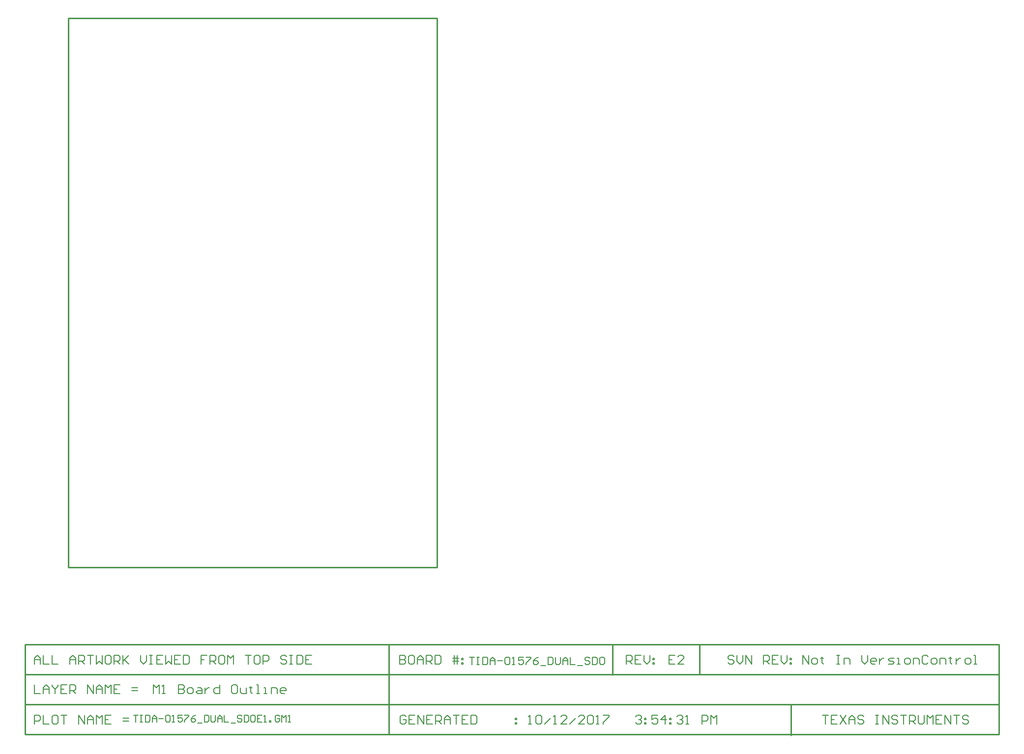
<source format=gm1>
G04 Layer_Color=6759642*
%FSLAX25Y25*%
%MOIN*%
G70*
G01*
G75*
%ADD38C,0.01000*%
%ADD46C,0.00800*%
G54D38*
X0Y0D02*
X250000D01*
Y372500D01*
X0D02*
X250000D01*
X0Y0D02*
Y372500D01*
X428000Y-72683D02*
Y-52350D01*
X369000Y-73000D02*
Y-52667D01*
X-29200Y-72683D02*
X631000D01*
X-29200Y-93017D02*
X630800D01*
X-29200Y-113350D02*
X371300D01*
X-29150Y-52350D02*
X631000D01*
X-29150Y-113350D02*
Y-52350D01*
Y-113350D02*
X128400D01*
X-29200D02*
Y-52350D01*
X217300Y-113350D02*
Y-52350D01*
X631000Y-113350D02*
Y-52350D01*
X371300Y-113350D02*
X631000D01*
X490200Y-114000D02*
Y-93717D01*
G54D46*
X57700Y-85849D02*
Y-79851D01*
X59699Y-81851D01*
X61699Y-79851D01*
Y-85849D01*
X63698D02*
X65697D01*
X64698D01*
Y-79851D01*
X63698Y-80851D01*
X74695Y-79851D02*
Y-85849D01*
X77693D01*
X78693Y-84850D01*
Y-83850D01*
X77693Y-82850D01*
X74695D01*
X77693D01*
X78693Y-81851D01*
Y-80851D01*
X77693Y-79851D01*
X74695D01*
X81692Y-85849D02*
X83692D01*
X84691Y-84850D01*
Y-82850D01*
X83692Y-81851D01*
X81692D01*
X80693Y-82850D01*
Y-84850D01*
X81692Y-85849D01*
X87690Y-81851D02*
X89690D01*
X90689Y-82850D01*
Y-85849D01*
X87690D01*
X86691Y-84850D01*
X87690Y-83850D01*
X90689D01*
X92689Y-81851D02*
Y-85849D01*
Y-83850D01*
X93688Y-82850D01*
X94688Y-81851D01*
X95688D01*
X102685Y-79851D02*
Y-85849D01*
X99686D01*
X98687Y-84850D01*
Y-82850D01*
X99686Y-81851D01*
X102685D01*
X113682Y-79851D02*
X111682D01*
X110683Y-80851D01*
Y-84850D01*
X111682Y-85849D01*
X113682D01*
X114682Y-84850D01*
Y-80851D01*
X113682Y-79851D01*
X116681Y-81851D02*
Y-84850D01*
X117681Y-85849D01*
X120680D01*
Y-81851D01*
X123679Y-80851D02*
Y-81851D01*
X122679D01*
X124678D01*
X123679D01*
Y-84850D01*
X124678Y-85849D01*
X127677D02*
X129677D01*
X128677D01*
Y-79851D01*
X127677D01*
X132676Y-85849D02*
X134675D01*
X133675D01*
Y-81851D01*
X132676D01*
X137674Y-85849D02*
Y-81851D01*
X140673D01*
X141673Y-82850D01*
Y-85849D01*
X146671D02*
X144672D01*
X143672Y-84850D01*
Y-82850D01*
X144672Y-81851D01*
X146671D01*
X147671Y-82850D01*
Y-83850D01*
X143672D01*
X498200Y-65567D02*
Y-59569D01*
X502199Y-65567D01*
Y-59569D01*
X505198Y-65567D02*
X507197D01*
X508197Y-64567D01*
Y-62568D01*
X507197Y-61568D01*
X505198D01*
X504198Y-62568D01*
Y-64567D01*
X505198Y-65567D01*
X511196Y-60568D02*
Y-61568D01*
X510196D01*
X512195D01*
X511196D01*
Y-64567D01*
X512195Y-65567D01*
X521193Y-59569D02*
X523192D01*
X522192D01*
Y-65567D01*
X521193D01*
X523192D01*
X526191D02*
Y-61568D01*
X529190D01*
X530190Y-62568D01*
Y-65567D01*
X538187Y-59569D02*
Y-63567D01*
X540186Y-65567D01*
X542186Y-63567D01*
Y-59569D01*
X547184Y-65567D02*
X545185D01*
X544185Y-64567D01*
Y-62568D01*
X545185Y-61568D01*
X547184D01*
X548184Y-62568D01*
Y-63567D01*
X544185D01*
X550183Y-61568D02*
Y-65567D01*
Y-63567D01*
X551183Y-62568D01*
X552182Y-61568D01*
X553182D01*
X556181Y-65567D02*
X559180D01*
X560180Y-64567D01*
X559180Y-63567D01*
X557181D01*
X556181Y-62568D01*
X557181Y-61568D01*
X560180D01*
X562179Y-65567D02*
X564179D01*
X563179D01*
Y-61568D01*
X562179D01*
X568177Y-65567D02*
X570177D01*
X571176Y-64567D01*
Y-62568D01*
X570177Y-61568D01*
X568177D01*
X567178Y-62568D01*
Y-64567D01*
X568177Y-65567D01*
X573176D02*
Y-61568D01*
X576175D01*
X577174Y-62568D01*
Y-65567D01*
X583173Y-60568D02*
X582173Y-59569D01*
X580173D01*
X579174Y-60568D01*
Y-64567D01*
X580173Y-65567D01*
X582173D01*
X583173Y-64567D01*
X586171Y-65567D02*
X588171D01*
X589171Y-64567D01*
Y-62568D01*
X588171Y-61568D01*
X586171D01*
X585172Y-62568D01*
Y-64567D01*
X586171Y-65567D01*
X591170D02*
Y-61568D01*
X594169D01*
X595169Y-62568D01*
Y-65567D01*
X598168Y-60568D02*
Y-61568D01*
X597168D01*
X599167D01*
X598168D01*
Y-64567D01*
X599167Y-65567D01*
X602166Y-61568D02*
Y-65567D01*
Y-63567D01*
X603166Y-62568D01*
X604166Y-61568D01*
X605165D01*
X609164Y-65567D02*
X611164D01*
X612163Y-64567D01*
Y-62568D01*
X611164Y-61568D01*
X609164D01*
X608164Y-62568D01*
Y-64567D01*
X609164Y-65567D01*
X614162D02*
X616162D01*
X615162D01*
Y-59569D01*
X614162D01*
X451599Y-60568D02*
X450599Y-59569D01*
X448600D01*
X447600Y-60568D01*
Y-61568D01*
X448600Y-62568D01*
X450599D01*
X451599Y-63567D01*
Y-64567D01*
X450599Y-65567D01*
X448600D01*
X447600Y-64567D01*
X453598Y-59569D02*
Y-63567D01*
X455597Y-65567D01*
X457597Y-63567D01*
Y-59569D01*
X459596Y-65567D02*
Y-59569D01*
X463595Y-65567D01*
Y-59569D01*
X471592Y-65567D02*
Y-59569D01*
X474591D01*
X475591Y-60568D01*
Y-62568D01*
X474591Y-63567D01*
X471592D01*
X473592D02*
X475591Y-65567D01*
X481589Y-59569D02*
X477590D01*
Y-65567D01*
X481589D01*
X477590Y-62568D02*
X479590D01*
X483588Y-59569D02*
Y-63567D01*
X485588Y-65567D01*
X487587Y-63567D01*
Y-59569D01*
X489586Y-61568D02*
X490586D01*
Y-62568D01*
X489586D01*
Y-61568D01*
Y-64567D02*
X490586D01*
Y-65567D01*
X489586D01*
Y-64567D01*
X378500Y-65700D02*
Y-59702D01*
X381499D01*
X382499Y-60702D01*
Y-62701D01*
X381499Y-63701D01*
X378500D01*
X380499D02*
X382499Y-65700D01*
X388497Y-59702D02*
X384498D01*
Y-65700D01*
X388497D01*
X384498Y-62701D02*
X386497D01*
X390496Y-59702D02*
Y-63701D01*
X392495Y-65700D01*
X394495Y-63701D01*
Y-59702D01*
X396494Y-61701D02*
X397494D01*
Y-62701D01*
X396494D01*
Y-61701D01*
Y-64700D02*
X397494D01*
Y-65700D01*
X396494D01*
Y-64700D01*
X411489Y-59702D02*
X407491D01*
Y-65700D01*
X411489D01*
X407491Y-62701D02*
X409490D01*
X417487Y-65700D02*
X413489D01*
X417487Y-61701D01*
Y-60702D01*
X416488Y-59702D01*
X414488D01*
X413489Y-60702D01*
X44300Y-100401D02*
X47299D01*
X45799D01*
Y-104900D01*
X48799Y-100401D02*
X50298D01*
X49548D01*
Y-104900D01*
X48799D01*
X50298D01*
X52547Y-100401D02*
Y-104900D01*
X54797D01*
X55546Y-104150D01*
Y-101151D01*
X54797Y-100401D01*
X52547D01*
X57046Y-104900D02*
Y-101901D01*
X58545Y-100401D01*
X60045Y-101901D01*
Y-104900D01*
Y-102651D01*
X57046D01*
X61544D02*
X64543D01*
X66043Y-101151D02*
X66793Y-100401D01*
X68292D01*
X69042Y-101151D01*
Y-104150D01*
X68292Y-104900D01*
X66793D01*
X66043Y-104150D01*
Y-101151D01*
X70542Y-104900D02*
X72041D01*
X71291D01*
Y-100401D01*
X70542Y-101151D01*
X77289Y-100401D02*
X74290D01*
Y-102651D01*
X75790Y-101901D01*
X76540D01*
X77289Y-102651D01*
Y-104150D01*
X76540Y-104900D01*
X75040D01*
X74290Y-104150D01*
X78789Y-100401D02*
X81788D01*
Y-101151D01*
X78789Y-104150D01*
Y-104900D01*
X86286Y-100401D02*
X84787Y-101151D01*
X83287Y-102651D01*
Y-104150D01*
X84037Y-104900D01*
X85537D01*
X86286Y-104150D01*
Y-103401D01*
X85537Y-102651D01*
X83287D01*
X87786Y-105650D02*
X90785D01*
X92285Y-100401D02*
Y-104900D01*
X94534D01*
X95284Y-104150D01*
Y-101151D01*
X94534Y-100401D01*
X92285D01*
X96783D02*
Y-104150D01*
X97533Y-104900D01*
X99032D01*
X99782Y-104150D01*
Y-100401D01*
X101282Y-104900D02*
Y-101901D01*
X102781Y-100401D01*
X104281Y-101901D01*
Y-104900D01*
Y-102651D01*
X101282D01*
X105780Y-100401D02*
Y-104900D01*
X108779D01*
X110279Y-105650D02*
X113278D01*
X117776Y-101151D02*
X117026Y-100401D01*
X115527D01*
X114777Y-101151D01*
Y-101901D01*
X115527Y-102651D01*
X117026D01*
X117776Y-103401D01*
Y-104150D01*
X117026Y-104900D01*
X115527D01*
X114777Y-104150D01*
X119276Y-100401D02*
Y-104900D01*
X121525D01*
X122275Y-104150D01*
Y-101151D01*
X121525Y-100401D01*
X119276D01*
X126024D02*
X124524D01*
X123774Y-101151D01*
Y-104150D01*
X124524Y-104900D01*
X126024D01*
X126773Y-104150D01*
Y-101151D01*
X126024Y-100401D01*
X131272D02*
X128273D01*
Y-104900D01*
X131272D01*
X128273Y-102651D02*
X129772D01*
X132772Y-104900D02*
X134271D01*
X133521D01*
Y-100401D01*
X132772Y-101151D01*
X136520Y-104900D02*
Y-104150D01*
X137270D01*
Y-104900D01*
X136520D01*
X143268Y-101151D02*
X142518Y-100401D01*
X141019D01*
X140269Y-101151D01*
Y-104150D01*
X141019Y-104900D01*
X142518D01*
X143268Y-104150D01*
Y-102651D01*
X141769D01*
X144768Y-104900D02*
Y-100401D01*
X146267Y-101901D01*
X147767Y-100401D01*
Y-104900D01*
X149266D02*
X150766D01*
X150016D01*
Y-100401D01*
X149266Y-101151D01*
X311950Y-106433D02*
X313949D01*
X312950D01*
Y-100435D01*
X311950Y-101435D01*
X316948D02*
X317948Y-100435D01*
X319947D01*
X320947Y-101435D01*
Y-105434D01*
X319947Y-106433D01*
X317948D01*
X316948Y-105434D01*
Y-101435D01*
X322946Y-106433D02*
X326945Y-102435D01*
X328944Y-106433D02*
X330944D01*
X329944D01*
Y-100435D01*
X328944Y-101435D01*
X337942Y-106433D02*
X333943D01*
X337942Y-102435D01*
Y-101435D01*
X336942Y-100435D01*
X334943D01*
X333943Y-101435D01*
X339941Y-106433D02*
X343940Y-102435D01*
X349938Y-106433D02*
X345939D01*
X349938Y-102435D01*
Y-101435D01*
X348938Y-100435D01*
X346939D01*
X345939Y-101435D01*
X351937D02*
X352937Y-100435D01*
X354936D01*
X355936Y-101435D01*
Y-105434D01*
X354936Y-106433D01*
X352937D01*
X351937Y-105434D01*
Y-101435D01*
X357935Y-106433D02*
X359934D01*
X358935D01*
Y-100435D01*
X357935Y-101435D01*
X362933Y-100435D02*
X366932D01*
Y-101435D01*
X362933Y-105434D01*
Y-106433D01*
X228999Y-101435D02*
X227999Y-100435D01*
X226000D01*
X225000Y-101435D01*
Y-105434D01*
X226000Y-106433D01*
X227999D01*
X228999Y-105434D01*
Y-103435D01*
X226999D01*
X234997Y-100435D02*
X230998D01*
Y-106433D01*
X234997D01*
X230998Y-103435D02*
X232997D01*
X236996Y-106433D02*
Y-100435D01*
X240995Y-106433D01*
Y-100435D01*
X246993D02*
X242994D01*
Y-106433D01*
X246993D01*
X242994Y-103435D02*
X244993D01*
X248992Y-106433D02*
Y-100435D01*
X251991D01*
X252991Y-101435D01*
Y-103435D01*
X251991Y-104434D01*
X248992D01*
X250992D02*
X252991Y-106433D01*
X254990D02*
Y-102435D01*
X256990Y-100435D01*
X258989Y-102435D01*
Y-106433D01*
Y-103435D01*
X254990D01*
X260988Y-100435D02*
X264987D01*
X262988D01*
Y-106433D01*
X270985Y-100435D02*
X266986D01*
Y-106433D01*
X270985D01*
X266986Y-103435D02*
X268986D01*
X272985Y-100435D02*
Y-106433D01*
X275984D01*
X276983Y-105434D01*
Y-101435D01*
X275984Y-100435D01*
X272985D01*
X302975Y-102435D02*
X303975D01*
Y-103435D01*
X302975D01*
Y-102435D01*
Y-105434D02*
X303975D01*
Y-106433D01*
X302975D01*
Y-105434D01*
X-22850Y-65567D02*
Y-61568D01*
X-20851Y-59569D01*
X-18851Y-61568D01*
Y-65567D01*
Y-62568D01*
X-22850D01*
X-16852Y-59569D02*
Y-65567D01*
X-12853D01*
X-10854Y-59569D02*
Y-65567D01*
X-6855D01*
X1142D02*
Y-61568D01*
X3142Y-59569D01*
X5141Y-61568D01*
Y-65567D01*
Y-62568D01*
X1142D01*
X7140Y-65567D02*
Y-59569D01*
X10139D01*
X11139Y-60568D01*
Y-62568D01*
X10139Y-63567D01*
X7140D01*
X9140D02*
X11139Y-65567D01*
X13138Y-59569D02*
X17137D01*
X15138D01*
Y-65567D01*
X19136Y-59569D02*
Y-65567D01*
X21136Y-63567D01*
X23135Y-65567D01*
Y-59569D01*
X28133D02*
X26134D01*
X25135Y-60568D01*
Y-64567D01*
X26134Y-65567D01*
X28133D01*
X29133Y-64567D01*
Y-60568D01*
X28133Y-59569D01*
X31133Y-65567D02*
Y-59569D01*
X34132D01*
X35131Y-60568D01*
Y-62568D01*
X34132Y-63567D01*
X31133D01*
X33132D02*
X35131Y-65567D01*
X37131Y-59569D02*
Y-65567D01*
Y-63567D01*
X41129Y-59569D01*
X38130Y-62568D01*
X41129Y-65567D01*
X49127Y-59569D02*
Y-63567D01*
X51126Y-65567D01*
X53125Y-63567D01*
Y-59569D01*
X55125D02*
X57124D01*
X56125D01*
Y-65567D01*
X55125D01*
X57124D01*
X64122Y-59569D02*
X60123D01*
Y-65567D01*
X64122D01*
X60123Y-62568D02*
X62122D01*
X66121Y-59569D02*
Y-65567D01*
X68121Y-63567D01*
X70120Y-65567D01*
Y-59569D01*
X76118D02*
X72119D01*
Y-65567D01*
X76118D01*
X72119Y-62568D02*
X74119D01*
X78117Y-59569D02*
Y-65567D01*
X81116D01*
X82116Y-64567D01*
Y-60568D01*
X81116Y-59569D01*
X78117D01*
X94112D02*
X90114D01*
Y-62568D01*
X92113D01*
X90114D01*
Y-65567D01*
X96112D02*
Y-59569D01*
X99111D01*
X100110Y-60568D01*
Y-62568D01*
X99111Y-63567D01*
X96112D01*
X98111D02*
X100110Y-65567D01*
X105109Y-59569D02*
X103109D01*
X102110Y-60568D01*
Y-64567D01*
X103109Y-65567D01*
X105109D01*
X106108Y-64567D01*
Y-60568D01*
X105109Y-59569D01*
X108108Y-65567D02*
Y-59569D01*
X110107Y-61568D01*
X112106Y-59569D01*
Y-65567D01*
X120104Y-59569D02*
X124102D01*
X122103D01*
Y-65567D01*
X129101Y-59569D02*
X127102D01*
X126102Y-60568D01*
Y-64567D01*
X127102Y-65567D01*
X129101D01*
X130101Y-64567D01*
Y-60568D01*
X129101Y-59569D01*
X132100Y-65567D02*
Y-59569D01*
X135099D01*
X136099Y-60568D01*
Y-62568D01*
X135099Y-63567D01*
X132100D01*
X148095Y-60568D02*
X147095Y-59569D01*
X145096D01*
X144096Y-60568D01*
Y-61568D01*
X145096Y-62568D01*
X147095D01*
X148095Y-63567D01*
Y-64567D01*
X147095Y-65567D01*
X145096D01*
X144096Y-64567D01*
X150094Y-59569D02*
X152093D01*
X151094D01*
Y-65567D01*
X150094D01*
X152093D01*
X155092Y-59569D02*
Y-65567D01*
X158091D01*
X159091Y-64567D01*
Y-60568D01*
X158091Y-59569D01*
X155092D01*
X165089D02*
X161091D01*
Y-65567D01*
X165089D01*
X161091Y-62568D02*
X163090D01*
X272000Y-61002D02*
X275332D01*
X273666D01*
Y-66000D01*
X276998Y-61002D02*
X278664D01*
X277831D01*
Y-66000D01*
X276998D01*
X278664D01*
X281164Y-61002D02*
Y-66000D01*
X283663D01*
X284496Y-65167D01*
Y-61835D01*
X283663Y-61002D01*
X281164D01*
X286162Y-66000D02*
Y-62668D01*
X287828Y-61002D01*
X289494Y-62668D01*
Y-66000D01*
Y-63501D01*
X286162D01*
X291160D02*
X294493D01*
X296159Y-61835D02*
X296992Y-61002D01*
X298658D01*
X299491Y-61835D01*
Y-65167D01*
X298658Y-66000D01*
X296992D01*
X296159Y-65167D01*
Y-61835D01*
X301157Y-66000D02*
X302823D01*
X301990D01*
Y-61002D01*
X301157Y-61835D01*
X308655Y-61002D02*
X305323D01*
Y-63501D01*
X306989Y-62668D01*
X307822D01*
X308655Y-63501D01*
Y-65167D01*
X307822Y-66000D01*
X306156D01*
X305323Y-65167D01*
X310321Y-61002D02*
X313653D01*
Y-61835D01*
X310321Y-65167D01*
Y-66000D01*
X318652Y-61002D02*
X316985Y-61835D01*
X315319Y-63501D01*
Y-65167D01*
X316152Y-66000D01*
X317818D01*
X318652Y-65167D01*
Y-64334D01*
X317818Y-63501D01*
X315319D01*
X320318Y-66833D02*
X323650D01*
X325316Y-61002D02*
Y-66000D01*
X327815D01*
X328648Y-65167D01*
Y-61835D01*
X327815Y-61002D01*
X325316D01*
X330314D02*
Y-65167D01*
X331148Y-66000D01*
X332814D01*
X333647Y-65167D01*
Y-61002D01*
X335313Y-66000D02*
Y-62668D01*
X336979Y-61002D01*
X338645Y-62668D01*
Y-66000D01*
Y-63501D01*
X335313D01*
X340311Y-61002D02*
Y-66000D01*
X343643D01*
X345310Y-66833D02*
X348642D01*
X353640Y-61835D02*
X352807Y-61002D01*
X351141D01*
X350308Y-61835D01*
Y-62668D01*
X351141Y-63501D01*
X352807D01*
X353640Y-64334D01*
Y-65167D01*
X352807Y-66000D01*
X351141D01*
X350308Y-65167D01*
X355306Y-61002D02*
Y-66000D01*
X357805D01*
X358639Y-65167D01*
Y-61835D01*
X357805Y-61002D01*
X355306D01*
X362804D02*
X361138D01*
X360305Y-61835D01*
Y-65167D01*
X361138Y-66000D01*
X362804D01*
X363637Y-65167D01*
Y-61835D01*
X362804Y-61002D01*
X224800Y-59569D02*
Y-65567D01*
X227799D01*
X228799Y-64567D01*
Y-63567D01*
X227799Y-62568D01*
X224800D01*
X227799D01*
X228799Y-61568D01*
Y-60568D01*
X227799Y-59569D01*
X224800D01*
X233797D02*
X231798D01*
X230798Y-60568D01*
Y-64567D01*
X231798Y-65567D01*
X233797D01*
X234797Y-64567D01*
Y-60568D01*
X233797Y-59569D01*
X236796Y-65567D02*
Y-61568D01*
X238795Y-59569D01*
X240795Y-61568D01*
Y-65567D01*
Y-62568D01*
X236796D01*
X242794Y-65567D02*
Y-59569D01*
X245793D01*
X246793Y-60568D01*
Y-62568D01*
X245793Y-63567D01*
X242794D01*
X244794D02*
X246793Y-65567D01*
X248792Y-59569D02*
Y-65567D01*
X251791D01*
X252791Y-64567D01*
Y-60568D01*
X251791Y-59569D01*
X248792D01*
X261788Y-65567D02*
Y-59569D01*
X263787D02*
Y-65567D01*
X260788Y-61568D02*
X263787D01*
X264787D01*
X260788Y-63567D02*
X264787D01*
X266786Y-61568D02*
X267786D01*
Y-62568D01*
X266786D01*
Y-61568D01*
Y-64567D02*
X267786D01*
Y-65567D01*
X266786D01*
Y-64567D01*
X-22850Y-79851D02*
Y-85849D01*
X-18851D01*
X-16852D02*
Y-81851D01*
X-14853Y-79851D01*
X-12853Y-81851D01*
Y-85849D01*
Y-82850D01*
X-16852D01*
X-10854Y-79851D02*
Y-80851D01*
X-8855Y-82850D01*
X-6855Y-80851D01*
Y-79851D01*
X-8855Y-82850D02*
Y-85849D01*
X-857Y-79851D02*
X-4856D01*
Y-85849D01*
X-857D01*
X-4856Y-82850D02*
X-2857D01*
X1142Y-85849D02*
Y-79851D01*
X4141D01*
X5141Y-80851D01*
Y-82850D01*
X4141Y-83850D01*
X1142D01*
X3142D02*
X5141Y-85849D01*
X13138D02*
Y-79851D01*
X17137Y-85849D01*
Y-79851D01*
X19136Y-85849D02*
Y-81851D01*
X21136Y-79851D01*
X23135Y-81851D01*
Y-85849D01*
Y-82850D01*
X19136D01*
X25135Y-85849D02*
Y-79851D01*
X27134Y-81851D01*
X29133Y-79851D01*
Y-85849D01*
X35131Y-79851D02*
X31133D01*
Y-85849D01*
X35131D01*
X31133Y-82850D02*
X33132D01*
X43129Y-83850D02*
X47127D01*
X43129Y-81851D02*
X47127D01*
X-22850Y-106433D02*
Y-100435D01*
X-19851D01*
X-18851Y-101435D01*
Y-103435D01*
X-19851Y-104434D01*
X-22850D01*
X-16852Y-100435D02*
Y-106433D01*
X-12853D01*
X-7855Y-100435D02*
X-9854D01*
X-10854Y-101435D01*
Y-105434D01*
X-9854Y-106433D01*
X-7855D01*
X-6855Y-105434D01*
Y-101435D01*
X-7855Y-100435D01*
X-4856D02*
X-857D01*
X-2857D01*
Y-106433D01*
X7140D02*
Y-100435D01*
X11139Y-106433D01*
Y-100435D01*
X13138Y-106433D02*
Y-102435D01*
X15138Y-100435D01*
X17137Y-102435D01*
Y-106433D01*
Y-103435D01*
X13138D01*
X19136Y-106433D02*
Y-100435D01*
X21136Y-102435D01*
X23135Y-100435D01*
Y-106433D01*
X29133Y-100435D02*
X25135D01*
Y-106433D01*
X29133D01*
X25135Y-103435D02*
X27134D01*
X37131Y-104434D02*
X41129D01*
X37131Y-102435D02*
X41129D01*
X384850Y-101435D02*
X385850Y-100435D01*
X387849D01*
X388849Y-101435D01*
Y-102435D01*
X387849Y-103435D01*
X386849D01*
X387849D01*
X388849Y-104434D01*
Y-105434D01*
X387849Y-106433D01*
X385850D01*
X384850Y-105434D01*
X390848Y-102435D02*
X391848D01*
Y-103435D01*
X390848D01*
Y-102435D01*
Y-105434D02*
X391848D01*
Y-106433D01*
X390848D01*
Y-105434D01*
X399845Y-100435D02*
X395846D01*
Y-103435D01*
X397846Y-102435D01*
X398846D01*
X399845Y-103435D01*
Y-105434D01*
X398846Y-106433D01*
X396846D01*
X395846Y-105434D01*
X404844Y-106433D02*
Y-100435D01*
X401845Y-103435D01*
X405843D01*
X407843Y-102435D02*
X408842D01*
Y-103435D01*
X407843D01*
Y-102435D01*
Y-105434D02*
X408842D01*
Y-106433D01*
X407843D01*
Y-105434D01*
X412841Y-101435D02*
X413841Y-100435D01*
X415840D01*
X416840Y-101435D01*
Y-102435D01*
X415840Y-103435D01*
X414840D01*
X415840D01*
X416840Y-104434D01*
Y-105434D01*
X415840Y-106433D01*
X413841D01*
X412841Y-105434D01*
X418839Y-106433D02*
X420838D01*
X419839D01*
Y-100435D01*
X418839Y-101435D01*
X429835Y-106433D02*
Y-100435D01*
X432834D01*
X433834Y-101435D01*
Y-103435D01*
X432834Y-104434D01*
X429835D01*
X435834Y-106433D02*
Y-100435D01*
X437833Y-102435D01*
X439832Y-100435D01*
Y-106433D01*
X511300Y-100435D02*
X515299D01*
X513299D01*
Y-106433D01*
X521297Y-100435D02*
X517298D01*
Y-106433D01*
X521297D01*
X517298Y-103435D02*
X519297D01*
X523296Y-100435D02*
X527295Y-106433D01*
Y-100435D02*
X523296Y-106433D01*
X529294D02*
Y-102435D01*
X531293Y-100435D01*
X533293Y-102435D01*
Y-106433D01*
Y-103435D01*
X529294D01*
X539291Y-101435D02*
X538291Y-100435D01*
X536292D01*
X535292Y-101435D01*
Y-102435D01*
X536292Y-103435D01*
X538291D01*
X539291Y-104434D01*
Y-105434D01*
X538291Y-106433D01*
X536292D01*
X535292Y-105434D01*
X547288Y-100435D02*
X549288D01*
X548288D01*
Y-106433D01*
X547288D01*
X549288D01*
X552287D02*
Y-100435D01*
X556285Y-106433D01*
Y-100435D01*
X562284Y-101435D02*
X561284Y-100435D01*
X559284D01*
X558285Y-101435D01*
Y-102435D01*
X559284Y-103435D01*
X561284D01*
X562284Y-104434D01*
Y-105434D01*
X561284Y-106433D01*
X559284D01*
X558285Y-105434D01*
X564283Y-100435D02*
X568282D01*
X566282D01*
Y-106433D01*
X570281D02*
Y-100435D01*
X573280D01*
X574280Y-101435D01*
Y-103435D01*
X573280Y-104434D01*
X570281D01*
X572280D02*
X574280Y-106433D01*
X576279Y-100435D02*
Y-105434D01*
X577279Y-106433D01*
X579278D01*
X580278Y-105434D01*
Y-100435D01*
X582277Y-106433D02*
Y-100435D01*
X584276Y-102435D01*
X586276Y-100435D01*
Y-106433D01*
X592274Y-100435D02*
X588275D01*
Y-106433D01*
X592274D01*
X588275Y-103435D02*
X590274D01*
X594273Y-106433D02*
Y-100435D01*
X598272Y-106433D01*
Y-100435D01*
X600271D02*
X604270D01*
X602271D01*
Y-106433D01*
X610268Y-101435D02*
X609268Y-100435D01*
X607269D01*
X606269Y-101435D01*
Y-102435D01*
X607269Y-103435D01*
X609268D01*
X610268Y-104434D01*
Y-105434D01*
X609268Y-106433D01*
X607269D01*
X606269Y-105434D01*
M02*

</source>
